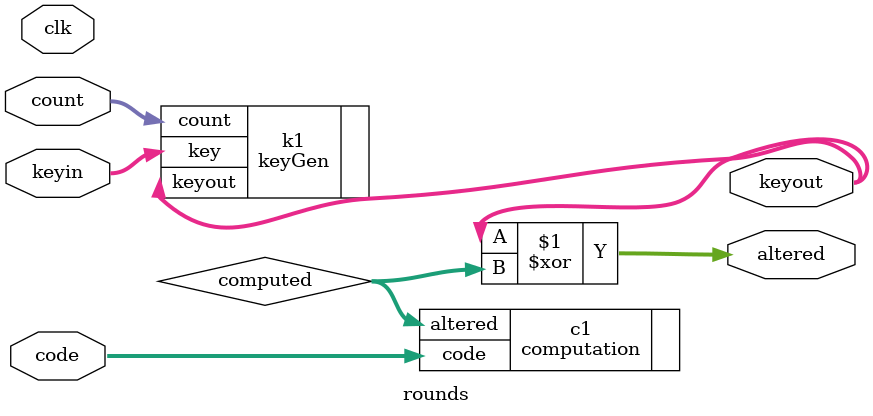
<source format=v>
module rounds(
	output[15:0] altered,
	input [15:0] code,
	input [3:0] count,
	input [15:0] keyin,
	output [15:0] keyout,
	input clk
	);
	wire [15:0]computed;
	
	keyGen k1(.count(count),.key(keyin),.keyout(keyout));
	computation c1(.code(code),.altered(computed));	

	assign altered= keyout^computed;
	
endmodule
</source>
